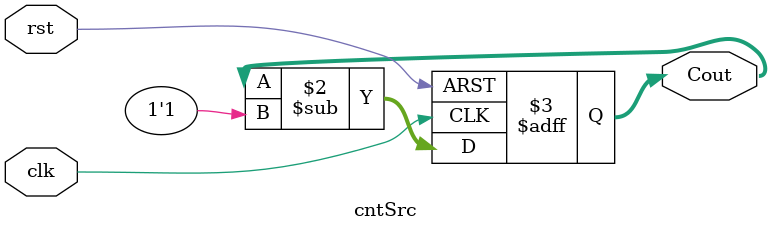
<source format=v>
module cntSrc 
	(
		clk,
		rst,
		Cout
	);

	input clk,rst;
	output reg [15:0]Cout;

  parameter up = 1'b0;

always @(posedge clk or posedge rst)
begin
	if( rst ) Cout <= 16'b0000;
	else begin
		if( up ) Cout <= Cout+1'b1;
		else Cout <= Cout-1'b1;
	end
end

endmodule

</source>
